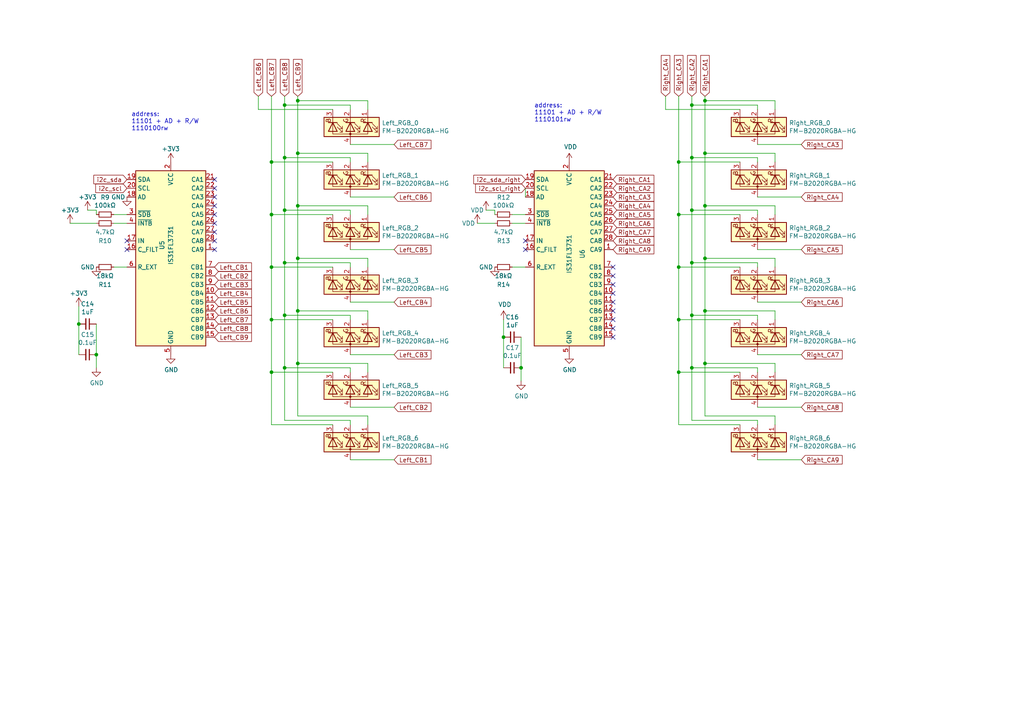
<source format=kicad_sch>
(kicad_sch (version 20230121) (generator eeschema)
  (paper "A4")
  (lib_symbols
    (symbol "Device:C_Small" (pin_numbers hide) (pin_names (offset 0.254) hide)
      (property "Reference" "C" (at 0.254 1.778 0))
      (property "Value" "C_Small" (at 0.254 -2.032 0))
      (symbol "C_Small_0_1"
        (polyline (pts (xy -1.524 -0.508) (xy 1.524 -0.508)) (stroke (width 0.3302)))
        (polyline (pts (xy -1.524 0.508) (xy 1.524 0.508)) (stroke (width 0.3048)))
      )
      (symbol "C_Small_1_1"
        (pin passive line (at 0 2.54 270) (length 2.032) (name "~") (number "1"))
        (pin passive line (at 0 -2.54 90) (length 2.032) (name "~") (number "2"))
      )
    )
    (symbol "Device:LED_RGBA" (pin_names (offset 0) hide)
      (property "Reference" "D" (at 0 9.398 0))
      (property "Value" "LED_RGBA" (at 0 -8.89 0))
      (symbol "LED_RGBA_0_0"
        (text "B" (at -1.905 -6.35 0) (effects (font (size 1.27 1.27))))
        (text "G" (at -1.905 -1.27 0) (effects (font (size 1.27 1.27))))
        (text "R" (at -1.905 3.81 0) (effects (font (size 1.27 1.27))))
      )
      (symbol "LED_RGBA_0_1"
        (polyline (pts (xy -1.27 -5.08) (xy -2.54 -5.08)))
        (polyline (pts (xy -1.27 -5.08) (xy 1.27 -5.08)))
        (polyline (pts (xy -1.27 -3.81) (xy -1.27 -6.35)) (stroke (width 0.254)))
        (polyline (pts (xy -1.27 0) (xy -2.54 0)))
        (polyline (pts (xy -1.27 1.27) (xy -1.27 -1.27)) (stroke (width 0.254)))
        (polyline (pts (xy -1.27 5.08) (xy -2.54 5.08)))
        (polyline (pts (xy -1.27 5.08) (xy 1.27 5.08)))
        (polyline (pts (xy -1.27 6.35) (xy -1.27 3.81)) (stroke (width 0.254)))
        (polyline (pts (xy 1.27 0) (xy -1.27 0)))
        (polyline (pts (xy 1.27 0) (xy 2.54 0)))
        (polyline (pts (xy -1.27 1.27) (xy -1.27 -1.27) (xy -1.27 -1.27)))
        (polyline (pts (xy -1.27 6.35) (xy -1.27 3.81) (xy -1.27 3.81)))
        (polyline (pts (xy 1.27 -5.08) (xy 2.032 -5.08) (xy 2.032 5.08) (xy 1.27 5.08)))
        (polyline (pts (xy 1.27 -3.81) (xy 1.27 -6.35) (xy -1.27 -5.08) (xy 1.27 -3.81)) (stroke (width 0.254)))
        (polyline (pts (xy 1.27 1.27) (xy 1.27 -1.27) (xy -1.27 0) (xy 1.27 1.27)) (stroke (width 0.254)))
        (polyline (pts (xy 1.27 6.35) (xy 1.27 3.81) (xy -1.27 5.08) (xy 1.27 6.35)) (stroke (width 0.254)))
        (polyline (pts (xy -1.016 -3.81) (xy 0.508 -2.286) (xy -0.254 -2.286) (xy 0.508 -2.286) (xy 0.508 -3.048)))
        (polyline (pts (xy -1.016 1.27) (xy 0.508 2.794) (xy -0.254 2.794) (xy 0.508 2.794) (xy 0.508 2.032)))
        (polyline (pts (xy -1.016 6.35) (xy 0.508 7.874) (xy -0.254 7.874) (xy 0.508 7.874) (xy 0.508 7.112)))
        (polyline (pts (xy 0 -3.81) (xy 1.524 -2.286) (xy 0.762 -2.286) (xy 1.524 -2.286) (xy 1.524 -3.048)))
        (polyline (pts (xy 0 1.27) (xy 1.524 2.794) (xy 0.762 2.794) (xy 1.524 2.794) (xy 1.524 2.032)))
        (polyline (pts (xy 0 6.35) (xy 1.524 7.874) (xy 0.762 7.874) (xy 1.524 7.874) (xy 1.524 7.112)))
        (rectangle (start 1.27 -1.27) (end 1.27 1.27))
        (rectangle (start 1.27 1.27) (end 1.27 1.27))
        (rectangle (start 1.27 3.81) (end 1.27 6.35))
        (rectangle (start 1.27 6.35) (end 1.27 6.35))
        (circle (center 2.032 0) (radius 0.254) (fill (type outline)))
        (rectangle (start 2.794 8.382) (end -2.794 -7.62) (stroke (width 0.254)) (fill (type background)))
      )
      (symbol "LED_RGBA_1_1"
        (pin passive line (at -5.08 5.08 0) (length 2.54) (name "RK") (number "1"))
        (pin passive line (at -5.08 0 0) (length 2.54) (name "GK") (number "2"))
        (pin passive line (at -5.08 -5.08 0) (length 2.54) (name "BK") (number "3"))
        (pin passive line (at 5.08 0 180) (length 2.54) (name "A") (number "4"))
      )
    )
    (symbol "Device:R_Small" (pin_numbers hide) (pin_names (offset 0.254) hide)
      (property "Reference" "R" (at 0.762 0.508 0))
      (property "Value" "R_Small" (at 0.762 -1.016 0))
      (symbol "R_Small_0_1"
        (rectangle (start -0.762 1.778) (end 0.762 -1.778) (stroke (width 0.2032)))
      )
      (symbol "R_Small_1_1"
        (pin passive line (at 0 2.54 270) (length 0.762) (name "~") (number "1"))
        (pin passive line (at 0 -2.54 90) (length 0.762) (name "~") (number "2"))
      )
    )
    (symbol "Driver_LED:IS31FL3731-QF"
      (property "Reference" "U" (at -10.16 26.035 0))
      (property "Value" "IS31FL3731-QF" (at 2.54 -26.035 0))
      (symbol "IS31FL3731-QF_0_1"
        (rectangle (start -10.16 25.4) (end 10.16 -25.4) (stroke (width 0.254)) (fill (type background)))
      )
      (symbol "IS31FL3731-QF_1_1"
        (pin bidirectional line (at 12.7 2.54 180) (length 2.54) (name "CA9") (number "1"))
        (pin bidirectional line (at 12.7 -10.16 180) (length 2.54) (name "CB4") (number "10"))
        (pin bidirectional line (at 12.7 -12.7 180) (length 2.54) (name "CB5") (number "11"))
        (pin bidirectional line (at 12.7 -15.24 180) (length 2.54) (name "CB6") (number "12"))
        (pin bidirectional line (at 12.7 -17.78 180) (length 2.54) (name "CB7") (number "13"))
        (pin bidirectional line (at 12.7 -20.32 180) (length 2.54) (name "CB8") (number "14"))
        (pin bidirectional line (at 12.7 -22.86 180) (length 2.54) (name "CB9") (number "15"))
        (pin passive line (at -12.7 2.54 0) (length 2.54) (name "C_FILT") (number "16"))
        (pin input line (at -12.7 5.08 0) (length 2.54) (name "IN") (number "17"))
        (pin input line (at -12.7 17.78 0) (length 2.54) (name "AD") (number "18"))
        (pin bidirectional line (at -12.7 22.86 0) (length 2.54) (name "SDA") (number "19"))
        (pin power_in line (at 0 27.94 270) (length 2.54) (name "VCC") (number "2"))
        (pin input line (at -12.7 20.32 0) (length 2.54) (name "SCL") (number "20"))
        (pin bidirectional line (at 12.7 22.86 180) (length 2.54) (name "CA1") (number "21"))
        (pin bidirectional line (at 12.7 20.32 180) (length 2.54) (name "CA2") (number "22"))
        (pin bidirectional line (at 12.7 17.78 180) (length 2.54) (name "CA3") (number "23"))
        (pin bidirectional line (at 12.7 15.24 180) (length 2.54) (name "CA4") (number "24"))
        (pin bidirectional line (at 12.7 12.7 180) (length 2.54) (name "CA5") (number "25"))
        (pin bidirectional line (at 12.7 10.16 180) (length 2.54) (name "CA6") (number "26"))
        (pin bidirectional line (at 12.7 7.62 180) (length 2.54) (name "CA7") (number "27"))
        (pin bidirectional line (at 12.7 5.08 180) (length 2.54) (name "CA8") (number "28"))
        (pin passive line (at 0 -27.94 90) (length 2.54) hide (name "GND") (number "29"))
        (pin input line (at -12.7 12.7 0) (length 2.54) (name "~{SDB}") (number "3"))
        (pin open_collector line (at -12.7 10.16 0) (length 2.54) (name "~{INTB}") (number "4"))
        (pin power_in line (at 0 -27.94 90) (length 2.54) (name "GND") (number "5"))
        (pin passive line (at -12.7 -2.54 0) (length 2.54) (name "R_EXT") (number "6"))
        (pin bidirectional line (at 12.7 -2.54 180) (length 2.54) (name "CB1") (number "7"))
        (pin bidirectional line (at 12.7 -5.08 180) (length 2.54) (name "CB2") (number "8"))
        (pin bidirectional line (at 12.7 -7.62 180) (length 2.54) (name "CB3") (number "9"))
      )
    )
    (symbol "power:+3.3V" (power) (pin_names (offset 0))
      (property "Value" "+3.3V" (at 0 3.556 0))
      (symbol "+3.3V_0_1"
        (polyline (pts (xy -0.762 1.27) (xy 0 2.54)))
        (polyline (pts (xy 0 0) (xy 0 2.54)))
        (polyline (pts (xy 0 2.54) (xy 0.762 1.27)))
      )
      (symbol "+3.3V_1_1"
        (pin power_in line (at 0 0 90) (length 0) hide (name "+3V3") (number "1"))
      )
    )
    (symbol "power:GND" (power) (pin_names (offset 0))
      (property "Value" "GND" (at 0 -3.81 0))
      (symbol "GND_0_1"
        (polyline (pts (xy 0 0) (xy 0 -1.27) (xy 1.27 -1.27) (xy 0 -2.54) (xy -1.27 -1.27) (xy 0 -1.27)))
      )
      (symbol "GND_1_1"
        (pin power_in line (at 0 0 270) (length 0) hide (name "GND") (number "1"))
      )
    )
    (symbol "power:VDD" (power) (pin_names (offset 0))
      (property "Value" "VDD" (at 0 3.81 0))
      (symbol "VDD_0_1"
        (polyline (pts (xy -0.762 1.27) (xy 0 2.54)))
        (polyline (pts (xy 0 0) (xy 0 2.54)))
        (polyline (pts (xy 0 2.54) (xy 0.762 1.27)))
      )
      (symbol "VDD_1_1"
        (pin power_in line (at 0 0 90) (length 0) hide (name "VDD") (number "1"))
      )
    )
  )
  (junction (at 78.74 62.23))
  (junction (at 78.74 77.47))
  (junction (at 27.94 102.87))
  (junction (at 200.66 30.48))
  (junction (at 82.55 91.44))
  (junction (at 86.36 105.41))
  (junction (at 196.85 77.47))
  (junction (at 196.85 62.23))
  (junction (at 82.55 60.96))
  (junction (at 82.55 76.2))
  (junction (at 204.47 105.41))
  (junction (at 196.85 107.95))
  (junction (at 200.66 106.68))
  (junction (at 204.47 29.21))
  (junction (at 200.66 76.2))
  (junction (at 86.36 90.17))
  (junction (at 204.47 74.93))
  (junction (at 78.74 92.71))
  (junction (at 200.66 45.72))
  (junction (at 196.85 46.99))
  (junction (at 82.55 30.48))
  (junction (at 196.85 92.71))
  (junction (at 78.74 107.95))
  (junction (at 200.66 60.96))
  (junction (at 82.55 45.72))
  (junction (at 86.36 29.21))
  (junction (at 204.47 59.69))
  (junction (at 86.36 44.45))
  (junction (at 86.36 59.69))
  (junction (at 82.55 106.68))
  (junction (at 204.47 90.17))
  (junction (at 86.36 74.93))
  (junction (at 78.74 46.99))
  (junction (at 151.13 106.68))
  (junction (at 200.66 91.44))
  (junction (at 22.86 93.98))
  (junction (at 204.47 44.45))
  (junction (at 146.05 97.79))
  (no_connect (at 62.23 64.77))
  (no_connect (at 177.8 92.71))
  (no_connect (at 62.23 54.61))
  (no_connect (at 62.23 69.85))
  (no_connect (at 177.8 95.25))
  (no_connect (at 36.83 72.39))
  (no_connect (at 62.23 62.23))
  (no_connect (at 62.23 57.15))
  (no_connect (at 177.8 82.55))
  (no_connect (at 62.23 59.69))
  (no_connect (at 177.8 77.47))
  (no_connect (at 62.23 52.07))
  (no_connect (at 36.83 69.85))
  (no_connect (at 152.4 69.85))
  (no_connect (at 177.8 85.09))
  (no_connect (at 177.8 90.17))
  (no_connect (at 177.8 80.01))
  (no_connect (at 177.8 87.63))
  (no_connect (at 152.4 72.39))
  (no_connect (at 177.8 97.79))
  (no_connect (at 62.23 67.31))
  (no_connect (at 62.23 72.39))
  (wire (pts (xy 224.79 105.41) (xy 204.47 105.41)))
  (wire (pts (xy 204.47 90.17) (xy 204.47 105.41)))
  (wire (pts (xy 101.6 60.96) (xy 82.55 60.96)))
  (wire (pts (xy 148.59 64.77) (xy 152.4 64.77)))
  (wire (pts (xy 78.74 27.94) (xy 78.74 46.99)))
  (wire (pts (xy 151.13 106.68) (xy 151.13 110.49)))
  (wire (pts (xy 101.6 76.2) (xy 82.55 76.2)))
  (wire (pts (xy 22.86 93.98) (xy 22.86 102.87)))
  (wire (pts (xy 219.71 45.72) (xy 200.66 45.72)))
  (wire (pts (xy 86.36 105.41) (xy 86.36 120.65)))
  (wire (pts (xy 200.66 91.44) (xy 200.66 106.68)))
  (wire (pts (xy 96.52 77.47) (xy 78.74 77.47)))
  (wire (pts (xy 143.51 60.96) (xy 140.97 60.96)))
  (wire (pts (xy 101.6 92.71) (xy 101.6 91.44)))
  (wire (pts (xy 86.36 120.65) (xy 106.68 120.65)))
  (wire (pts (xy 106.68 59.69) (xy 86.36 59.69)))
  (wire (pts (xy 219.71 106.68) (xy 200.66 106.68)))
  (wire (pts (xy 224.79 29.21) (xy 204.47 29.21)))
  (wire (pts (xy 86.36 29.21) (xy 86.36 27.94)))
  (wire (pts (xy 101.6 62.23) (xy 101.6 60.96)))
  (wire (pts (xy 204.47 29.21) (xy 204.47 44.45)))
  (wire (pts (xy 224.79 90.17) (xy 204.47 90.17)))
  (wire (pts (xy 204.47 105.41) (xy 204.47 120.65)))
  (wire (pts (xy 101.6 72.39) (xy 114.3 72.39)))
  (wire (pts (xy 219.71 76.2) (xy 200.66 76.2)))
  (wire (pts (xy 82.55 106.68) (xy 82.55 121.92)))
  (wire (pts (xy 101.6 118.11) (xy 114.3 118.11)))
  (wire (pts (xy 219.71 30.48) (xy 200.66 30.48)))
  (wire (pts (xy 101.6 41.91) (xy 114.3 41.91)))
  (wire (pts (xy 196.85 107.95) (xy 196.85 123.19)))
  (wire (pts (xy 204.47 120.65) (xy 224.79 120.65)))
  (wire (pts (xy 101.6 121.92) (xy 101.6 123.19)))
  (wire (pts (xy 204.47 29.21) (xy 204.47 27.94)))
  (wire (pts (xy 196.85 123.19) (xy 214.63 123.19)))
  (wire (pts (xy 219.71 62.23) (xy 219.71 60.96)))
  (wire (pts (xy 27.94 64.77) (xy 20.32 64.77)))
  (wire (pts (xy 224.79 92.71) (xy 224.79 90.17)))
  (wire (pts (xy 200.66 30.48) (xy 200.66 27.94)))
  (wire (pts (xy 143.51 64.77) (xy 138.43 64.77)))
  (wire (pts (xy 196.85 62.23) (xy 196.85 77.47)))
  (wire (pts (xy 33.02 64.77) (xy 36.83 64.77)))
  (wire (pts (xy 152.4 77.47) (xy 148.59 77.47)))
  (wire (pts (xy 101.6 46.99) (xy 101.6 45.72)))
  (wire (pts (xy 86.36 59.69) (xy 86.36 74.93)))
  (wire (pts (xy 214.63 77.47) (xy 196.85 77.47)))
  (wire (pts (xy 219.71 133.35) (xy 232.41 133.35)))
  (wire (pts (xy 219.71 102.87) (xy 232.41 102.87)))
  (wire (pts (xy 151.13 97.79) (xy 151.13 106.68)))
  (wire (pts (xy 200.66 76.2) (xy 200.66 91.44)))
  (wire (pts (xy 78.74 77.47) (xy 78.74 92.71)))
  (wire (pts (xy 219.71 77.47) (xy 219.71 76.2)))
  (wire (pts (xy 82.55 76.2) (xy 82.55 91.44)))
  (wire (pts (xy 78.74 46.99) (xy 78.74 62.23)))
  (wire (pts (xy 219.71 91.44) (xy 200.66 91.44)))
  (wire (pts (xy 106.68 107.95) (xy 106.68 105.41)))
  (wire (pts (xy 78.74 123.19) (xy 96.52 123.19)))
  (wire (pts (xy 204.47 74.93) (xy 204.47 90.17)))
  (wire (pts (xy 101.6 102.87) (xy 114.3 102.87)))
  (wire (pts (xy 82.55 91.44) (xy 82.55 106.68)))
  (wire (pts (xy 101.6 87.63) (xy 114.3 87.63)))
  (wire (pts (xy 219.71 57.15) (xy 232.41 57.15)))
  (wire (pts (xy 82.55 121.92) (xy 101.6 121.92)))
  (wire (pts (xy 219.71 31.75) (xy 219.71 30.48)))
  (wire (pts (xy 96.52 31.75) (xy 74.93 31.75)))
  (wire (pts (xy 27.94 62.23) (xy 27.94 60.96)))
  (wire (pts (xy 27.94 60.96) (xy 25.4 60.96)))
  (wire (pts (xy 196.85 107.95) (xy 214.63 107.95)))
  (wire (pts (xy 78.74 107.95) (xy 96.52 107.95)))
  (wire (pts (xy 106.68 74.93) (xy 86.36 74.93)))
  (wire (pts (xy 200.66 45.72) (xy 200.66 60.96)))
  (wire (pts (xy 224.79 107.95) (xy 224.79 105.41)))
  (wire (pts (xy 224.79 31.75) (xy 224.79 29.21)))
  (wire (pts (xy 106.68 90.17) (xy 86.36 90.17)))
  (wire (pts (xy 106.68 31.75) (xy 106.68 29.21)))
  (wire (pts (xy 196.85 77.47) (xy 196.85 92.71)))
  (wire (pts (xy 224.79 46.99) (xy 224.79 44.45)))
  (wire (pts (xy 214.63 62.23) (xy 196.85 62.23)))
  (wire (pts (xy 101.6 107.95) (xy 101.6 106.68)))
  (wire (pts (xy 101.6 30.48) (xy 82.55 30.48)))
  (wire (pts (xy 27.94 102.87) (xy 27.94 106.68)))
  (wire (pts (xy 200.66 106.68) (xy 200.66 121.92)))
  (wire (pts (xy 152.4 54.61) (xy 152.4 57.15)))
  (wire (pts (xy 74.93 31.75) (xy 74.93 27.94)))
  (wire (pts (xy 219.71 60.96) (xy 200.66 60.96)))
  (wire (pts (xy 106.68 120.65) (xy 106.68 123.19)))
  (wire (pts (xy 106.68 62.23) (xy 106.68 59.69)))
  (wire (pts (xy 214.63 92.71) (xy 196.85 92.71)))
  (wire (pts (xy 219.71 107.95) (xy 219.71 106.68)))
  (wire (pts (xy 96.52 92.71) (xy 78.74 92.71)))
  (wire (pts (xy 101.6 45.72) (xy 82.55 45.72)))
  (wire (pts (xy 82.55 30.48) (xy 82.55 27.94)))
  (wire (pts (xy 78.74 107.95) (xy 78.74 123.19)))
  (wire (pts (xy 101.6 91.44) (xy 82.55 91.44)))
  (wire (pts (xy 196.85 27.94) (xy 196.85 46.99)))
  (wire (pts (xy 200.66 60.96) (xy 200.66 76.2)))
  (wire (pts (xy 27.94 93.98) (xy 27.94 102.87)))
  (wire (pts (xy 224.79 74.93) (xy 204.47 74.93)))
  (wire (pts (xy 96.52 62.23) (xy 78.74 62.23)))
  (wire (pts (xy 101.6 133.35) (xy 114.3 133.35)))
  (wire (pts (xy 101.6 106.68) (xy 82.55 106.68)))
  (wire (pts (xy 78.74 62.23) (xy 78.74 77.47)))
  (wire (pts (xy 86.36 44.45) (xy 86.36 59.69)))
  (wire (pts (xy 219.71 118.11) (xy 232.41 118.11)))
  (wire (pts (xy 193.04 31.75) (xy 193.04 27.94)))
  (wire (pts (xy 86.36 29.21) (xy 86.36 44.45)))
  (wire (pts (xy 82.55 30.48) (xy 82.55 45.72)))
  (wire (pts (xy 82.55 60.96) (xy 82.55 76.2)))
  (wire (pts (xy 101.6 57.15) (xy 114.3 57.15)))
  (wire (pts (xy 196.85 92.71) (xy 196.85 107.95)))
  (wire (pts (xy 204.47 59.69) (xy 204.47 74.93)))
  (wire (pts (xy 219.71 87.63) (xy 232.41 87.63)))
  (wire (pts (xy 204.47 44.45) (xy 204.47 59.69)))
  (wire (pts (xy 214.63 46.99) (xy 196.85 46.99)))
  (wire (pts (xy 219.71 92.71) (xy 219.71 91.44)))
  (wire (pts (xy 106.68 77.47) (xy 106.68 74.93)))
  (wire (pts (xy 33.02 62.23) (xy 36.83 62.23)))
  (wire (pts (xy 96.52 46.99) (xy 78.74 46.99)))
  (wire (pts (xy 143.51 62.23) (xy 143.51 60.96)))
  (wire (pts (xy 224.79 77.47) (xy 224.79 74.93)))
  (wire (pts (xy 200.66 121.92) (xy 219.71 121.92)))
  (wire (pts (xy 101.6 31.75) (xy 101.6 30.48)))
  (wire (pts (xy 224.79 120.65) (xy 224.79 123.19)))
  (wire (pts (xy 200.66 30.48) (xy 200.66 45.72)))
  (wire (pts (xy 196.85 46.99) (xy 196.85 62.23)))
  (wire (pts (xy 106.68 44.45) (xy 86.36 44.45)))
  (wire (pts (xy 82.55 45.72) (xy 82.55 60.96)))
  (wire (pts (xy 219.71 41.91) (xy 232.41 41.91)))
  (wire (pts (xy 146.05 97.79) (xy 146.05 106.68)))
  (wire (pts (xy 219.71 121.92) (xy 219.71 123.19)))
  (wire (pts (xy 106.68 105.41) (xy 86.36 105.41)))
  (wire (pts (xy 86.36 90.17) (xy 86.36 105.41)))
  (wire (pts (xy 36.83 77.47) (xy 33.02 77.47)))
  (wire (pts (xy 106.68 46.99) (xy 106.68 44.45)))
  (wire (pts (xy 224.79 59.69) (xy 204.47 59.69)))
  (wire (pts (xy 22.86 88.9) (xy 22.86 93.98)))
  (wire (pts (xy 101.6 77.47) (xy 101.6 76.2)))
  (wire (pts (xy 106.68 92.71) (xy 106.68 90.17)))
  (wire (pts (xy 219.71 46.99) (xy 219.71 45.72)))
  (wire (pts (xy 148.59 62.23) (xy 152.4 62.23)))
  (wire (pts (xy 106.68 29.21) (xy 86.36 29.21)))
  (wire (pts (xy 224.79 44.45) (xy 204.47 44.45)))
  (wire (pts (xy 146.05 92.71) (xy 146.05 97.79)))
  (wire (pts (xy 214.63 31.75) (xy 193.04 31.75)))
  (wire (pts (xy 224.79 62.23) (xy 224.79 59.69)))
  (wire (pts (xy 86.36 74.93) (xy 86.36 90.17)))
  (wire (pts (xy 219.71 72.39) (xy 232.41 72.39)))
  (wire (pts (xy 78.74 92.71) (xy 78.74 107.95)))
  (text "address:\n11101 + AD + R/W\n1110100rw" (at 38.1 38.1 0) (effects (font (size 1.27 1.27)) (justify left bottom)))
  (text "address:\n11101 + AD + R/W\n1110101rw" (at 154.94 35.56 0) (effects (font (size 1.27 1.27)) (justify left bottom)))
  (global_label "Left_CB4" (shape input) (at 114.3 87.63 0) (property "Intersheetrefs" "${INTERSHEET_REFS}" (effects hide)))
  (global_label "Right_CA2" (shape input) (at 177.8 54.61 0) (property "Intersheetrefs" "${INTERSHEET_REFS}" (effects hide)))
  (global_label "i2c_sda_right" (shape input) (at 152.4 52.07 180) (property "Intersheetrefs" "${INTERSHEET_REFS}" (effects hide)))
  (global_label "Left_CB6" (shape input) (at 74.93 27.94 90) (property "Intersheetrefs" "${INTERSHEET_REFS}" (effects hide)))
  (global_label "Left_CB3" (shape input) (at 62.23 82.55 0) (property "Intersheetrefs" "${INTERSHEET_REFS}" (effects hide)))
  (global_label "Right_CA3" (shape input) (at 196.85 27.94 90) (property "Intersheetrefs" "${INTERSHEET_REFS}" (effects hide)))
  (global_label "Right_CA7" (shape input) (at 232.41 102.87 0) (property "Intersheetrefs" "${INTERSHEET_REFS}" (effects hide)))
  (global_label "Left_CB7" (shape input) (at 114.3 41.91 0) (property "Intersheetrefs" "${INTERSHEET_REFS}" (effects hide)))
  (global_label "Left_CB4" (shape input) (at 62.23 85.09 0) (property "Intersheetrefs" "${INTERSHEET_REFS}" (effects hide)))
  (global_label "Right_CA8" (shape input) (at 177.8 69.85 0) (property "Intersheetrefs" "${INTERSHEET_REFS}" (effects hide)))
  (global_label "i2c_sda" (shape input) (at 36.83 52.07 180) (property "Intersheetrefs" "${INTERSHEET_REFS}" (effects hide)))
  (global_label "Left_CB2" (shape input) (at 114.3 118.11 0) (property "Intersheetrefs" "${INTERSHEET_REFS}" (effects hide)))
  (global_label "Left_CB9" (shape input) (at 62.23 97.79 0) (property "Intersheetrefs" "${INTERSHEET_REFS}" (effects hide)))
  (global_label "Right_CA1" (shape input) (at 204.47 27.94 90) (property "Intersheetrefs" "${INTERSHEET_REFS}" (effects hide)))
  (global_label "Right_CA4" (shape input) (at 232.41 57.15 0) (property "Intersheetrefs" "${INTERSHEET_REFS}" (effects hide)))
  (global_label "Right_CA3" (shape input) (at 232.41 41.91 0) (property "Intersheetrefs" "${INTERSHEET_REFS}" (effects hide)))
  (global_label "Left_CB1" (shape input) (at 62.23 77.47 0) (property "Intersheetrefs" "${INTERSHEET_REFS}" (effects hide)))
  (global_label "Right_CA4" (shape input) (at 193.04 27.94 90) (property "Intersheetrefs" "${INTERSHEET_REFS}" (effects hide)))
  (global_label "Left_CB8" (shape input) (at 82.55 27.94 90) (property "Intersheetrefs" "${INTERSHEET_REFS}" (effects hide)))
  (global_label "Left_CB9" (shape input) (at 86.36 27.94 90) (property "Intersheetrefs" "${INTERSHEET_REFS}" (effects hide)))
  (global_label "Left_CB6" (shape input) (at 114.3 57.15 0) (property "Intersheetrefs" "${INTERSHEET_REFS}" (effects hide)))
  (global_label "Left_CB5" (shape input) (at 62.23 87.63 0) (property "Intersheetrefs" "${INTERSHEET_REFS}" (effects hide)))
  (global_label "Right_CA6" (shape input) (at 232.41 87.63 0) (property "Intersheetrefs" "${INTERSHEET_REFS}" (effects hide)))
  (global_label "Right_CA3" (shape input) (at 177.8 57.15 0) (property "Intersheetrefs" "${INTERSHEET_REFS}" (effects hide)))
  (global_label "Left_CB7" (shape input) (at 78.74 27.94 90) (property "Intersheetrefs" "${INTERSHEET_REFS}" (effects hide)))
  (global_label "Left_CB2" (shape input) (at 62.23 80.01 0) (property "Intersheetrefs" "${INTERSHEET_REFS}" (effects hide)))
  (global_label "Right_CA2" (shape input) (at 200.66 27.94 90) (property "Intersheetrefs" "${INTERSHEET_REFS}" (effects hide)))
  (global_label "i2c_scl_right" (shape input) (at 152.4 54.61 180) (property "Intersheetrefs" "${INTERSHEET_REFS}" (effects hide)))
  (global_label "Left_CB6" (shape input) (at 62.23 90.17 0) (property "Intersheetrefs" "${INTERSHEET_REFS}" (effects hide)))
  (global_label "Left_CB7" (shape input) (at 62.23 92.71 0) (property "Intersheetrefs" "${INTERSHEET_REFS}" (effects hide)))
  (global_label "Right_CA9" (shape input) (at 232.41 133.35 0) (property "Intersheetrefs" "${INTERSHEET_REFS}" (effects hide)))
  (global_label "Right_CA9" (shape input) (at 177.8 72.39 0) (property "Intersheetrefs" "${INTERSHEET_REFS}" (effects hide)))
  (global_label "Right_CA7" (shape input) (at 177.8 67.31 0) (property "Intersheetrefs" "${INTERSHEET_REFS}" (effects hide)))
  (global_label "i2c_scl" (shape input) (at 36.83 54.61 180) (property "Intersheetrefs" "${INTERSHEET_REFS}" (effects hide)))
  (global_label "Right_CA8" (shape input) (at 232.41 118.11 0) (property "Intersheetrefs" "${INTERSHEET_REFS}" (effects hide)))
  (global_label "Right_CA6" (shape input) (at 177.8 64.77 0) (property "Intersheetrefs" "${INTERSHEET_REFS}" (effects hide)))
  (global_label "Right_CA4" (shape input) (at 177.8 59.69 0) (property "Intersheetrefs" "${INTERSHEET_REFS}" (effects hide)))
  (global_label "Right_CA1" (shape input) (at 177.8 52.07 0) (property "Intersheetrefs" "${INTERSHEET_REFS}" (effects hide)))
  (global_label "Left_CB5" (shape input) (at 114.3 72.39 0) (property "Intersheetrefs" "${INTERSHEET_REFS}" (effects hide)))
  (global_label "Right_CA5" (shape input) (at 177.8 62.23 0) (property "Intersheetrefs" "${INTERSHEET_REFS}" (effects hide)))
  (global_label "Left_CB3" (shape input) (at 114.3 102.87 0) (property "Intersheetrefs" "${INTERSHEET_REFS}" (effects hide)))
  (global_label "Right_CA5" (shape input) (at 232.41 72.39 0) (property "Intersheetrefs" "${INTERSHEET_REFS}" (effects hide)))
  (global_label "Left_CB1" (shape input) (at 114.3 133.35 0) (property "Intersheetrefs" "${INTERSHEET_REFS}" (effects hide)))
  (global_label "Left_CB8" (shape input) (at 62.23 95.25 0) (property "Intersheetrefs" "${INTERSHEET_REFS}" (effects hide)))
  (symbol (lib_id "power:VDD") (at 138.43 64.77 0) (unit 1)
    (property "Reference" "#PWR0139" (effects hide))
    (property "Value" "VDD" (at 135.89 64.77 0))
  )
  (symbol (lib_id "Driver_LED:IS31FL3731-QF") (at 49.53 74.93 0) (unit 1)
    (property "Reference" "U5" (at 46.99 71.12 90))
    (property "Value" "IS31FL3731" (at 49.53 71.12 90))
    (property "Footprint" "Package_DFN_QFN:QFN-28-1EP_4x4mm_P0.4mm_EP2.3x2.3mm_ThermalVias" (effects hide))
    (property "Datasheet" "http://www.issi.com/WW/pdf/31FL3731.pdf" (effects hide))
    (property "LCSC Part" "C191206" (effects hide))
    (property "Part Name" "LED Driver" (effects hide))
  )
  (symbol (lib_id "power:GND") (at 36.83 57.15 0) (unit 1)
    (property "Reference" "#PWR0132" (effects hide))
    (property "Value" "GND" (at 34.29 57.15 0))
  )
  (symbol (lib_id "power:GND") (at 49.53 102.87 0) (unit 1)
    (property "Reference" "#PWR0133" (effects hide))
    (property "Value" "GND" (at 49.657 107.2642 0))
  )
  (symbol (lib_id "Driver_LED:IS31FL3731-QF") (at 165.1 74.93 0) (unit 1)
    (property "Reference" "U6" (at 168.91 73.66 90))
    (property "Value" "IS31FL3731" (at 165.1 73.66 90))
    (property "Footprint" "Package_DFN_QFN:QFN-28-1EP_4x4mm_P0.4mm_EP2.3x2.3mm_ThermalVias" (effects hide))
    (property "Datasheet" "http://www.issi.com/WW/pdf/31FL3731.pdf" (effects hide))
    (property "LCSC Part" "C191206" (effects hide))
    (property "Part Name" "LED Driver" (effects hide))
  )
  (symbol (lib_id "power:GND") (at 165.1 102.87 0) (unit 1)
    (property "Reference" "#PWR0134" (effects hide))
    (property "Value" "GND" (at 165.227 107.2642 0))
  )
  (symbol (lib_id "Device:R_Small") (at 30.48 62.23 270) (unit 1)
    (property "Reference" "R9" (at 30.48 57.2516 90))
    (property "Value" "100kΩ" (at 30.48 59.563 90))
    (property "Footprint" "Resistor_SMD:R_0805_2012Metric_Pad1.15x1.40mm_HandSolder" (effects hide))
    (property "LCSC Part" "C149504" (effects hide))
    (property "Part Name" "Resistor" (effects hide))
  )
  (symbol (lib_id "Device:R_Small") (at 30.48 64.77 270) (unit 1)
    (property "Reference" "R10" (at 30.48 69.85 90))
    (property "Value" "4.7kΩ" (at 30.48 67.31 90))
    (property "Footprint" "Resistor_SMD:R_0805_2012Metric_Pad1.15x1.40mm_HandSolder" (effects hide))
    (property "LCSC Part" "C17673" (effects hide))
    (property "Part Name" "Resistor" (effects hide))
  )
  (symbol (lib_id "Device:R_Small") (at 30.48 77.47 270) (unit 1)
    (property "Reference" "R11" (at 30.48 82.55 90))
    (property "Value" "18kΩ" (at 30.48 80.01 90))
    (property "Footprint" "Resistor_SMD:R_0805_2012Metric_Pad1.15x1.40mm_HandSolder" (effects hide))
    (property "LCSC Part" "C25622" (effects hide))
    (property "Part Name" "Resistor" (effects hide))
  )
  (symbol (lib_id "power:GND") (at 27.94 77.47 0) (unit 1)
    (property "Reference" "#PWR0137" (effects hide))
    (property "Value" "GND" (at 25.4 77.47 0))
  )
  (symbol (lib_id "Device:R_Small") (at 146.05 62.23 270) (unit 1)
    (property "Reference" "R12" (at 146.05 57.2516 90))
    (property "Value" "100kΩ" (at 146.05 59.563 90))
    (property "Footprint" "Resistor_SMD:R_0805_2012Metric_Pad1.15x1.40mm_HandSolder" (effects hide))
    (property "LCSC Part" "C149504" (effects hide))
    (property "Part Name" "Resistor" (effects hide))
  )
  (symbol (lib_id "Device:R_Small") (at 146.05 64.77 270) (unit 1)
    (property "Reference" "R13" (at 146.05 69.85 90))
    (property "Value" "4.7kΩ" (at 146.05 67.31 90))
    (property "Footprint" "Resistor_SMD:R_0805_2012Metric_Pad1.15x1.40mm_HandSolder" (effects hide))
    (property "LCSC Part" "C17673" (effects hide))
    (property "Part Name" "Resistor" (effects hide))
  )
  (symbol (lib_id "Device:R_Small") (at 146.05 77.47 270) (unit 1)
    (property "Reference" "R14" (at 146.05 82.55 90))
    (property "Value" "18kΩ" (at 146.05 80.01 90))
    (property "Footprint" "Resistor_SMD:R_0805_2012Metric_Pad1.15x1.40mm_HandSolder" (effects hide))
    (property "LCSC Part" "C25622" (effects hide))
    (property "Part Name" "Resistor" (effects hide))
  )
  (symbol (lib_id "power:GND") (at 143.51 77.47 0) (unit 1)
    (property "Reference" "#PWR0140" (effects hide))
    (property "Value" "GND" (at 140.97 77.47 0))
  )
  (symbol (lib_id "power:+3.3V") (at 49.53 46.99 0) (unit 1)
    (property "Reference" "#PWR0141" (effects hide))
    (property "Value" "+3.3V" (at 49.53 43.18 0))
  )
  (symbol (lib_id "power:VDD") (at 165.1 46.99 0) (unit 1)
    (property "Reference" "#PWR0142" (effects hide))
    (property "Value" "VDD" (at 165.481 42.5958 0))
  )
  (symbol (lib_id "power:+3.3V") (at 22.86 88.9 0) (unit 1)
    (property "Reference" "#PWR0143" (effects hide))
    (property "Value" "+3.3V" (at 22.86 85.09 0))
  )
  (symbol (lib_id "power:GND") (at 27.94 106.68 0) (unit 1)
    (property "Reference" "#PWR0144" (effects hide))
    (property "Value" "GND" (at 28.067 111.0742 0))
  )
  (symbol (lib_id "Device:C_Small") (at 25.4 93.98 270) (unit 1)
    (property "Reference" "C14" (at 25.4 88.1634 90))
    (property "Value" "1uF" (at 25.4 90.4748 90))
    (property "Footprint" "Capacitor_SMD:C_0805_2012Metric_Pad1.15x1.40mm_HandSolder" (effects hide))
    (property "LCSC Part" "C28323" (effects hide))
    (property "Part Name" "Capacitor" (effects hide))
  )
  (symbol (lib_id "Device:C_Small") (at 25.4 102.87 270) (unit 1)
    (property "Reference" "C15" (at 25.4 97.0534 90))
    (property "Value" "0.1uF" (at 25.4 99.3648 90))
    (property "Footprint" "Capacitor_SMD:C_0805_2012Metric_Pad1.15x1.40mm_HandSolder" (effects hide))
    (property "LCSC Part" "C49678" (effects hide))
    (property "Part Name" "Capacitor" (effects hide))
  )
  (symbol (lib_id "power:GND") (at 151.13 110.49 0) (unit 1)
    (property "Reference" "#PWR0145" (effects hide))
    (property "Value" "GND" (at 151.257 114.8842 0))
  )
  (symbol (lib_id "Device:C_Small") (at 148.59 97.79 270) (unit 1)
    (property "Reference" "C16" (at 148.59 91.9734 90))
    (property "Value" "1uF" (at 148.59 94.2848 90))
    (property "Footprint" "Capacitor_SMD:C_0805_2012Metric_Pad1.15x1.40mm_HandSolder" (effects hide))
    (property "LCSC Part" "C28323" (effects hide))
    (property "Part Name" "Capacitor" (effects hide))
  )
  (symbol (lib_id "Device:C_Small") (at 148.59 106.68 270) (unit 1)
    (property "Reference" "C17" (at 148.59 100.8634 90))
    (property "Value" "0.1uF" (at 148.59 103.1748 90))
    (property "Footprint" "Capacitor_SMD:C_0805_2012Metric_Pad1.15x1.40mm_HandSolder" (effects hide))
    (property "LCSC Part" "C49678" (effects hide))
    (property "Part Name" "Capacitor" (effects hide))
  )
  (symbol (lib_id "power:VDD") (at 146.05 92.71 0) (unit 1)
    (property "Reference" "#PWR0146" (effects hide))
    (property "Value" "VDD" (at 146.431 88.3158 0))
  )
  (symbol (lib_id "power:+3.3V") (at 20.32 64.77 0) (unit 1)
    (property "Reference" "#PWR0136" (effects hide))
    (property "Value" "+3.3V" (at 20.32 60.96 0))
  )
  (symbol (lib_id "power:+3.3V") (at 25.4 60.96 0) (unit 1)
    (property "Reference" "#PWR0135" (effects hide))
    (property "Value" "+3.3V" (at 25.4 57.15 0))
  )
  (symbol (lib_id "power:VDD") (at 140.97 60.96 0) (unit 1)
    (property "Reference" "#PWR0138" (effects hide))
    (property "Value" "VDD" (at 138.43 60.96 0))
  )
  (symbol (lib_id "Device:LED_RGBA") (at 101.6 36.83 270) (unit 1)
    (property "Reference" "Left_RGB_0" (at 110.744 35.6616 90) (effects (justify left)))
    (property "Value" "FM-B2020RGBA-HG" (at 110.744 37.973 90) (effects (justify left)))
    (property "Footprint" "rgb:LED_RGB_FM-B2020RGBA-HG" (effects hide))
    (property "LCSC Part" "C108793" (effects hide))
    (property "Part Name" "RGB LED" (effects hide))
  )
  (symbol (lib_id "Device:LED_RGBA") (at 101.6 52.07 270) (unit 1)
    (property "Reference" "Left_RGB_1" (at 110.744 50.9016 90) (effects (justify left)))
    (property "Value" "FM-B2020RGBA-HG" (at 110.744 53.213 90) (effects (justify left)))
    (property "Footprint" "rgb:LED_RGB_FM-B2020RGBA-HG" (effects hide))
    (property "LCSC Part" "C108793" (effects hide))
    (property "Part Name" "RGB LED" (effects hide))
  )
  (symbol (lib_id "Device:LED_RGBA") (at 101.6 67.31 270) (unit 1)
    (property "Reference" "Left_RGB_2" (at 110.744 66.1416 90) (effects (justify left)))
    (property "Value" "FM-B2020RGBA-HG" (at 110.744 68.453 90) (effects (justify left)))
    (property "Footprint" "rgb:LED_RGB_FM-B2020RGBA-HG" (effects hide))
    (property "LCSC Part" "C108793" (effects hide))
    (property "Part Name" "RGB LED" (effects hide))
  )
  (symbol (lib_id "Device:LED_RGBA") (at 101.6 82.55 270) (unit 1)
    (property "Reference" "Left_RGB_3" (at 110.744 81.3816 90) (effects (justify left)))
    (property "Value" "FM-B2020RGBA-HG" (at 110.744 83.693 90) (effects (justify left)))
    (property "Footprint" "rgb:LED_RGB_FM-B2020RGBA-HG" (effects hide))
    (property "LCSC Part" "C108793" (effects hide))
    (property "Part Name" "RGB LED" (effects hide))
  )
  (symbol (lib_id "Device:LED_RGBA") (at 101.6 97.79 270) (unit 1)
    (property "Reference" "Left_RGB_4" (at 110.744 96.6216 90) (effects (justify left)))
    (property "Value" "FM-B2020RGBA-HG" (at 110.744 98.933 90) (effects (justify left)))
    (property "Footprint" "rgb:LED_RGB_FM-B2020RGBA-HG" (effects hide))
    (property "LCSC Part" "C108793" (effects hide))
    (property "Part Name" "RGB LED" (effects hide))
  )
  (symbol (lib_id "Device:LED_RGBA") (at 101.6 113.03 270) (unit 1)
    (property "Reference" "Left_RGB_5" (at 110.744 111.8616 90) (effects (justify left)))
    (property "Value" "FM-B2020RGBA-HG" (at 110.744 114.173 90) (effects (justify left)))
    (property "Footprint" "rgb:LED_RGB_FM-B2020RGBA-HG" (effects hide))
    (property "LCSC Part" "C108793" (effects hide))
    (property "Part Name" "RGB LED" (effects hide))
  )
  (symbol (lib_id "Device:LED_RGBA") (at 101.6 128.27 270) (unit 1)
    (property "Reference" "Left_RGB_6" (at 110.744 127.1016 90) (effects (justify left)))
    (property "Value" "FM-B2020RGBA-HG" (at 110.744 129.413 90) (effects (justify left)))
    (property "Footprint" "rgb:LED_RGB_FM-B2020RGBA-HG" (effects hide))
    (property "LCSC Part" "C108793" (effects hide))
    (property "Part Name" "RGB LED" (effects hide))
  )
  (symbol (lib_id "Device:LED_RGBA") (at 219.71 36.83 270) (unit 1)
    (property "Reference" "Right_RGB_0" (at 228.854 35.6616 90) (effects (justify left)))
    (property "Value" "FM-B2020RGBA-HG" (at 228.854 37.973 90) (effects (justify left)))
    (property "Footprint" "rgb:LED_RGB_FM-B2020RGBA-HG" (effects hide))
    (property "LCSC Part" "C108793" (effects hide))
    (property "Part Name" "RGB LED" (effects hide))
  )
  (symbol (lib_id "Device:LED_RGBA") (at 219.71 52.07 270) (unit 1)
    (property "Reference" "Right_RGB_1" (at 228.854 50.9016 90) (effects (justify left)))
    (property "Value" "FM-B2020RGBA-HG" (at 228.854 53.213 90) (effects (justify left)))
    (property "Footprint" "rgb:LED_RGB_FM-B2020RGBA-HG" (effects hide))
    (property "LCSC Part" "C108793" (effects hide))
    (property "Part Name" "RGB LED" (effects hide))
  )
  (symbol (lib_id "Device:LED_RGBA") (at 219.71 67.31 270) (unit 1)
    (property "Reference" "Right_RGB_2" (at 228.854 66.1416 90) (effects (justify left)))
    (property "Value" "FM-B2020RGBA-HG" (at 228.854 68.453 90) (effects (justify left)))
    (property "Footprint" "rgb:LED_RGB_FM-B2020RGBA-HG" (effects hide))
    (property "LCSC Part" "C108793" (effects hide))
    (property "Part Name" "RGB LED" (effects hide))
  )
  (symbol (lib_id "Device:LED_RGBA") (at 219.71 82.55 270) (unit 1)
    (property "Reference" "Right_RGB_3" (at 228.854 81.3816 90) (effects (justify left)))
    (property "Value" "FM-B2020RGBA-HG" (at 228.854 83.693 90) (effects (justify left)))
    (property "Footprint" "rgb:LED_RGB_FM-B2020RGBA-HG" (effects hide))
    (property "LCSC Part" "C108793" (effects hide))
    (property "Part Name" "RGB LED" (effects hide))
  )
  (symbol (lib_id "Device:LED_RGBA") (at 219.71 97.79 270) (unit 1)
    (property "Reference" "Right_RGB_4" (at 228.854 96.6216 90) (effects (justify left)))
    (property "Value" "FM-B2020RGBA-HG" (at 228.854 98.933 90) (effects (justify left)))
    (property "Footprint" "rgb:LED_RGB_FM-B2020RGBA-HG" (effects hide))
    (property "LCSC Part" "C108793" (effects hide))
    (property "Part Name" "RGB LED" (effects hide))
  )
  (symbol (lib_id "Device:LED_RGBA") (at 219.71 113.03 270) (unit 1)
    (property "Reference" "Right_RGB_5" (at 228.854 111.8616 90) (effects (justify left)))
    (property "Value" "FM-B2020RGBA-HG" (at 228.854 114.173 90) (effects (justify left)))
    (property "Footprint" "rgb:LED_RGB_FM-B2020RGBA-HG" (effects hide))
    (property "LCSC Part" "C108793" (effects hide))
    (property "Part Name" "RGB LED" (effects hide))
  )
  (symbol (lib_id "Device:LED_RGBA") (at 219.71 128.27 270) (unit 1)
    (property "Reference" "Right_RGB_6" (at 228.854 127.1016 90) (effects (justify left)))
    (property "Value" "FM-B2020RGBA-HG" (at 228.854 129.413 90) (effects (justify left)))
    (property "Footprint" "rgb:LED_RGB_FM-B2020RGBA-HG" (effects hide))
    (property "LCSC Part" "C108793" (effects hide))
    (property "Part Name" "RGB LED" (effects hide))
  )
)
</source>
